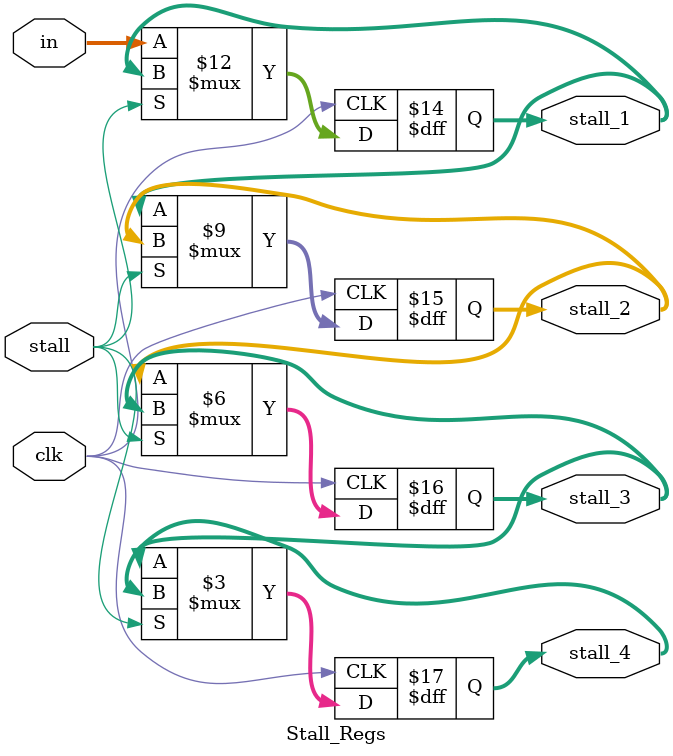
<source format=sv>
`timescale 1ns / 1ps


module Stall_Regs(
    input clk,
    input [31:0] in,
    input stall,
    output logic [31:0] stall_1,
    output logic [31:0] stall_2,
    output logic [31:0] stall_3,
    output logic [31:0] stall_4
    );
    always_ff @ (posedge clk)
    begin
        if (stall) begin end
        else begin
            stall_4 = stall_3;
            stall_3 = stall_2;
            stall_2 = stall_1;
            stall_1 = in;
        end
    end
endmodule

</source>
